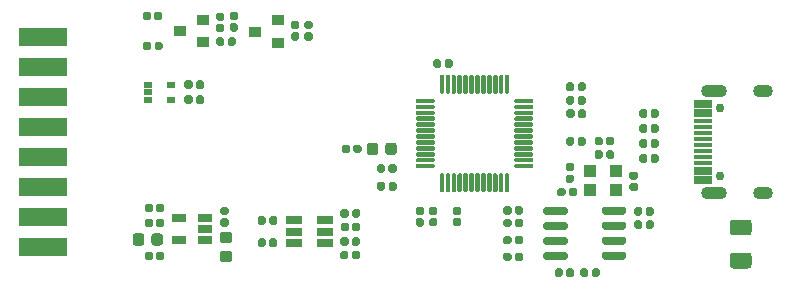
<source format=gbr>
%TF.GenerationSoftware,KiCad,Pcbnew,(5.1.6)-1*%
%TF.CreationDate,2020-08-19T15:06:30+08:00*%
%TF.ProjectId,sl_v2,736c5f76-322e-46b6-9963-61645f706362,rev?*%
%TF.SameCoordinates,Original*%
%TF.FileFunction,Soldermask,Top*%
%TF.FilePolarity,Negative*%
%FSLAX46Y46*%
G04 Gerber Fmt 4.6, Leading zero omitted, Abs format (unit mm)*
G04 Created by KiCad (PCBNEW (5.1.6)-1) date 2020-08-19 15:06:30*
%MOMM*%
%LPD*%
G01*
G04 APERTURE LIST*
%ADD10R,4.100000X1.500000*%
%ADD11R,0.750000X0.500000*%
%ADD12O,1.700000X1.100000*%
%ADD13C,0.750000*%
%ADD14O,2.200000X1.100000*%
%ADD15R,1.550000X0.400000*%
%ADD16R,1.550000X0.700000*%
%ADD17R,1.000000X0.900000*%
%ADD18R,1.320000X0.750000*%
%ADD19R,1.160000X0.750000*%
%ADD20R,1.100000X1.000000*%
G04 APERTURE END LIST*
D10*
%TO.C,J2*%
X127889000Y-89154000D03*
X127889000Y-91694000D03*
X127889000Y-94234000D03*
X127889000Y-96774000D03*
X127889000Y-99314000D03*
X127889000Y-101854000D03*
X127889000Y-104394000D03*
X127889000Y-106934000D03*
%TD*%
%TO.C,C2*%
G36*
G01*
X143101750Y-105659100D02*
X143664250Y-105659100D01*
G75*
G02*
X143908000Y-105902850I0J-243750D01*
G01*
X143908000Y-106390350D01*
G75*
G02*
X143664250Y-106634100I-243750J0D01*
G01*
X143101750Y-106634100D01*
G75*
G02*
X142858000Y-106390350I0J243750D01*
G01*
X142858000Y-105902850D01*
G75*
G02*
X143101750Y-105659100I243750J0D01*
G01*
G37*
G36*
G01*
X143101750Y-107234100D02*
X143664250Y-107234100D01*
G75*
G02*
X143908000Y-107477850I0J-243750D01*
G01*
X143908000Y-107965350D01*
G75*
G02*
X143664250Y-108209100I-243750J0D01*
G01*
X143101750Y-108209100D01*
G75*
G02*
X142858000Y-107965350I0J243750D01*
G01*
X142858000Y-107477850D01*
G75*
G02*
X143101750Y-107234100I243750J0D01*
G01*
G37*
%TD*%
%TO.C,R15*%
G36*
G01*
X174053200Y-108920900D02*
X174053200Y-109315900D01*
G75*
G02*
X173880700Y-109488400I-172500J0D01*
G01*
X173535700Y-109488400D01*
G75*
G02*
X173363200Y-109315900I0J172500D01*
G01*
X173363200Y-108920900D01*
G75*
G02*
X173535700Y-108748400I172500J0D01*
G01*
X173880700Y-108748400D01*
G75*
G02*
X174053200Y-108920900I0J-172500D01*
G01*
G37*
G36*
G01*
X175023200Y-108920900D02*
X175023200Y-109315900D01*
G75*
G02*
X174850700Y-109488400I-172500J0D01*
G01*
X174505700Y-109488400D01*
G75*
G02*
X174333200Y-109315900I0J172500D01*
G01*
X174333200Y-108920900D01*
G75*
G02*
X174505700Y-108748400I172500J0D01*
G01*
X174850700Y-108748400D01*
G75*
G02*
X175023200Y-108920900I0J-172500D01*
G01*
G37*
%TD*%
%TO.C,R22*%
G36*
G01*
X168523200Y-106152300D02*
X168523200Y-106547300D01*
G75*
G02*
X168350700Y-106719800I-172500J0D01*
G01*
X168005700Y-106719800D01*
G75*
G02*
X167833200Y-106547300I0J172500D01*
G01*
X167833200Y-106152300D01*
G75*
G02*
X168005700Y-105979800I172500J0D01*
G01*
X168350700Y-105979800D01*
G75*
G02*
X168523200Y-106152300I0J-172500D01*
G01*
G37*
G36*
G01*
X167553200Y-106152300D02*
X167553200Y-106547300D01*
G75*
G02*
X167380700Y-106719800I-172500J0D01*
G01*
X167035700Y-106719800D01*
G75*
G02*
X166863200Y-106547300I0J172500D01*
G01*
X166863200Y-106152300D01*
G75*
G02*
X167035700Y-105979800I172500J0D01*
G01*
X167380700Y-105979800D01*
G75*
G02*
X167553200Y-106152300I0J-172500D01*
G01*
G37*
%TD*%
%TO.C,C10*%
G36*
G01*
X160711500Y-103538600D02*
X161106500Y-103538600D01*
G75*
G02*
X161279000Y-103711100I0J-172500D01*
G01*
X161279000Y-104056100D01*
G75*
G02*
X161106500Y-104228600I-172500J0D01*
G01*
X160711500Y-104228600D01*
G75*
G02*
X160539000Y-104056100I0J172500D01*
G01*
X160539000Y-103711100D01*
G75*
G02*
X160711500Y-103538600I172500J0D01*
G01*
G37*
G36*
G01*
X160711500Y-104508600D02*
X161106500Y-104508600D01*
G75*
G02*
X161279000Y-104681100I0J-172500D01*
G01*
X161279000Y-105026100D01*
G75*
G02*
X161106500Y-105198600I-172500J0D01*
G01*
X160711500Y-105198600D01*
G75*
G02*
X160539000Y-105026100I0J172500D01*
G01*
X160539000Y-104681100D01*
G75*
G02*
X160711500Y-104508600I172500J0D01*
G01*
G37*
%TD*%
D11*
%TO.C,U4*%
X136794200Y-93177600D03*
X136794200Y-94477600D03*
X136794200Y-93827600D03*
X138694200Y-94477600D03*
X138694200Y-93177600D03*
%TD*%
%TO.C,L3*%
G36*
G01*
X140548200Y-92995100D02*
X140548200Y-93390100D01*
G75*
G02*
X140375700Y-93562600I-172500J0D01*
G01*
X140030700Y-93562600D01*
G75*
G02*
X139858200Y-93390100I0J172500D01*
G01*
X139858200Y-92995100D01*
G75*
G02*
X140030700Y-92822600I172500J0D01*
G01*
X140375700Y-92822600D01*
G75*
G02*
X140548200Y-92995100I0J-172500D01*
G01*
G37*
G36*
G01*
X141518200Y-92995100D02*
X141518200Y-93390100D01*
G75*
G02*
X141345700Y-93562600I-172500J0D01*
G01*
X141000700Y-93562600D01*
G75*
G02*
X140828200Y-93390100I0J172500D01*
G01*
X140828200Y-92995100D01*
G75*
G02*
X141000700Y-92822600I172500J0D01*
G01*
X141345700Y-92822600D01*
G75*
G02*
X141518200Y-92995100I0J-172500D01*
G01*
G37*
%TD*%
%TO.C,C15*%
G36*
G01*
X140828200Y-94660100D02*
X140828200Y-94265100D01*
G75*
G02*
X141000700Y-94092600I172500J0D01*
G01*
X141345700Y-94092600D01*
G75*
G02*
X141518200Y-94265100I0J-172500D01*
G01*
X141518200Y-94660100D01*
G75*
G02*
X141345700Y-94832600I-172500J0D01*
G01*
X141000700Y-94832600D01*
G75*
G02*
X140828200Y-94660100I0J172500D01*
G01*
G37*
G36*
G01*
X139858200Y-94660100D02*
X139858200Y-94265100D01*
G75*
G02*
X140030700Y-94092600I172500J0D01*
G01*
X140375700Y-94092600D01*
G75*
G02*
X140548200Y-94265100I0J-172500D01*
G01*
X140548200Y-94660100D01*
G75*
G02*
X140375700Y-94832600I-172500J0D01*
G01*
X140030700Y-94832600D01*
G75*
G02*
X139858200Y-94660100I0J172500D01*
G01*
G37*
%TD*%
%TO.C,C1*%
G36*
G01*
X144240900Y-88691000D02*
X143845900Y-88691000D01*
G75*
G02*
X143673400Y-88518500I0J172500D01*
G01*
X143673400Y-88173500D01*
G75*
G02*
X143845900Y-88001000I172500J0D01*
G01*
X144240900Y-88001000D01*
G75*
G02*
X144413400Y-88173500I0J-172500D01*
G01*
X144413400Y-88518500D01*
G75*
G02*
X144240900Y-88691000I-172500J0D01*
G01*
G37*
G36*
G01*
X144240900Y-87721000D02*
X143845900Y-87721000D01*
G75*
G02*
X143673400Y-87548500I0J172500D01*
G01*
X143673400Y-87203500D01*
G75*
G02*
X143845900Y-87031000I172500J0D01*
G01*
X144240900Y-87031000D01*
G75*
G02*
X144413400Y-87203500I0J-172500D01*
G01*
X144413400Y-87548500D01*
G75*
G02*
X144240900Y-87721000I-172500J0D01*
G01*
G37*
%TD*%
%TO.C,C3*%
G36*
G01*
X162574800Y-91217100D02*
X162574800Y-91612100D01*
G75*
G02*
X162402300Y-91784600I-172500J0D01*
G01*
X162057300Y-91784600D01*
G75*
G02*
X161884800Y-91612100I0J172500D01*
G01*
X161884800Y-91217100D01*
G75*
G02*
X162057300Y-91044600I172500J0D01*
G01*
X162402300Y-91044600D01*
G75*
G02*
X162574800Y-91217100I0J-172500D01*
G01*
G37*
G36*
G01*
X161604800Y-91217100D02*
X161604800Y-91612100D01*
G75*
G02*
X161432300Y-91784600I-172500J0D01*
G01*
X161087300Y-91784600D01*
G75*
G02*
X160914800Y-91612100I0J172500D01*
G01*
X160914800Y-91217100D01*
G75*
G02*
X161087300Y-91044600I172500J0D01*
G01*
X161432300Y-91044600D01*
G75*
G02*
X161604800Y-91217100I0J-172500D01*
G01*
G37*
%TD*%
%TO.C,C4*%
G36*
G01*
X137170000Y-103434500D02*
X137170000Y-103829500D01*
G75*
G02*
X136997500Y-104002000I-172500J0D01*
G01*
X136652500Y-104002000D01*
G75*
G02*
X136480000Y-103829500I0J172500D01*
G01*
X136480000Y-103434500D01*
G75*
G02*
X136652500Y-103262000I172500J0D01*
G01*
X136997500Y-103262000D01*
G75*
G02*
X137170000Y-103434500I0J-172500D01*
G01*
G37*
G36*
G01*
X138140000Y-103434500D02*
X138140000Y-103829500D01*
G75*
G02*
X137967500Y-104002000I-172500J0D01*
G01*
X137622500Y-104002000D01*
G75*
G02*
X137450000Y-103829500I0J172500D01*
G01*
X137450000Y-103434500D01*
G75*
G02*
X137622500Y-103262000I172500J0D01*
G01*
X137967500Y-103262000D01*
G75*
G02*
X138140000Y-103434500I0J-172500D01*
G01*
G37*
%TD*%
%TO.C,C5*%
G36*
G01*
X138028500Y-106017750D02*
X138028500Y-106580250D01*
G75*
G02*
X137784750Y-106824000I-243750J0D01*
G01*
X137297250Y-106824000D01*
G75*
G02*
X137053500Y-106580250I0J243750D01*
G01*
X137053500Y-106017750D01*
G75*
G02*
X137297250Y-105774000I243750J0D01*
G01*
X137784750Y-105774000D01*
G75*
G02*
X138028500Y-106017750I0J-243750D01*
G01*
G37*
G36*
G01*
X136453500Y-106017750D02*
X136453500Y-106580250D01*
G75*
G02*
X136209750Y-106824000I-243750J0D01*
G01*
X135722250Y-106824000D01*
G75*
G02*
X135478500Y-106580250I0J243750D01*
G01*
X135478500Y-106017750D01*
G75*
G02*
X135722250Y-105774000I243750J0D01*
G01*
X136209750Y-105774000D01*
G75*
G02*
X136453500Y-106017750I0J-243750D01*
G01*
G37*
%TD*%
%TO.C,C6*%
G36*
G01*
X138140000Y-104704500D02*
X138140000Y-105099500D01*
G75*
G02*
X137967500Y-105272000I-172500J0D01*
G01*
X137622500Y-105272000D01*
G75*
G02*
X137450000Y-105099500I0J172500D01*
G01*
X137450000Y-104704500D01*
G75*
G02*
X137622500Y-104532000I172500J0D01*
G01*
X137967500Y-104532000D01*
G75*
G02*
X138140000Y-104704500I0J-172500D01*
G01*
G37*
G36*
G01*
X137170000Y-104704500D02*
X137170000Y-105099500D01*
G75*
G02*
X136997500Y-105272000I-172500J0D01*
G01*
X136652500Y-105272000D01*
G75*
G02*
X136480000Y-105099500I0J172500D01*
G01*
X136480000Y-104704500D01*
G75*
G02*
X136652500Y-104532000I172500J0D01*
G01*
X136997500Y-104532000D01*
G75*
G02*
X137170000Y-104704500I0J-172500D01*
G01*
G37*
%TD*%
%TO.C,C7*%
G36*
G01*
X176244800Y-97770300D02*
X176244800Y-98165300D01*
G75*
G02*
X176072300Y-98337800I-172500J0D01*
G01*
X175727300Y-98337800D01*
G75*
G02*
X175554800Y-98165300I0J172500D01*
G01*
X175554800Y-97770300D01*
G75*
G02*
X175727300Y-97597800I172500J0D01*
G01*
X176072300Y-97597800D01*
G75*
G02*
X176244800Y-97770300I0J-172500D01*
G01*
G37*
G36*
G01*
X175274800Y-97770300D02*
X175274800Y-98165300D01*
G75*
G02*
X175102300Y-98337800I-172500J0D01*
G01*
X174757300Y-98337800D01*
G75*
G02*
X174584800Y-98165300I0J172500D01*
G01*
X174584800Y-97770300D01*
G75*
G02*
X174757300Y-97597800I172500J0D01*
G01*
X175102300Y-97597800D01*
G75*
G02*
X175274800Y-97770300I0J-172500D01*
G01*
G37*
%TD*%
%TO.C,C8*%
G36*
G01*
X171432800Y-102483300D02*
X171432800Y-102088300D01*
G75*
G02*
X171605300Y-101915800I172500J0D01*
G01*
X171950300Y-101915800D01*
G75*
G02*
X172122800Y-102088300I0J-172500D01*
G01*
X172122800Y-102483300D01*
G75*
G02*
X171950300Y-102655800I-172500J0D01*
G01*
X171605300Y-102655800D01*
G75*
G02*
X171432800Y-102483300I0J172500D01*
G01*
G37*
G36*
G01*
X172402800Y-102483300D02*
X172402800Y-102088300D01*
G75*
G02*
X172575300Y-101915800I172500J0D01*
G01*
X172920300Y-101915800D01*
G75*
G02*
X173092800Y-102088300I0J-172500D01*
G01*
X173092800Y-102483300D01*
G75*
G02*
X172920300Y-102655800I-172500J0D01*
G01*
X172575300Y-102655800D01*
G75*
G02*
X172402800Y-102483300I0J172500D01*
G01*
G37*
%TD*%
%TO.C,C9*%
G36*
G01*
X178099100Y-101233800D02*
X177704100Y-101233800D01*
G75*
G02*
X177531600Y-101061300I0J172500D01*
G01*
X177531600Y-100716300D01*
G75*
G02*
X177704100Y-100543800I172500J0D01*
G01*
X178099100Y-100543800D01*
G75*
G02*
X178271600Y-100716300I0J-172500D01*
G01*
X178271600Y-101061300D01*
G75*
G02*
X178099100Y-101233800I-172500J0D01*
G01*
G37*
G36*
G01*
X178099100Y-102203800D02*
X177704100Y-102203800D01*
G75*
G02*
X177531600Y-102031300I0J172500D01*
G01*
X177531600Y-101686300D01*
G75*
G02*
X177704100Y-101513800I172500J0D01*
G01*
X178099100Y-101513800D01*
G75*
G02*
X178271600Y-101686300I0J-172500D01*
G01*
X178271600Y-102031300D01*
G75*
G02*
X178099100Y-102203800I-172500J0D01*
G01*
G37*
%TD*%
%TO.C,C11*%
G36*
G01*
X159593900Y-103541000D02*
X159988900Y-103541000D01*
G75*
G02*
X160161400Y-103713500I0J-172500D01*
G01*
X160161400Y-104058500D01*
G75*
G02*
X159988900Y-104231000I-172500J0D01*
G01*
X159593900Y-104231000D01*
G75*
G02*
X159421400Y-104058500I0J172500D01*
G01*
X159421400Y-103713500D01*
G75*
G02*
X159593900Y-103541000I172500J0D01*
G01*
G37*
G36*
G01*
X159593900Y-104511000D02*
X159988900Y-104511000D01*
G75*
G02*
X160161400Y-104683500I0J-172500D01*
G01*
X160161400Y-105028500D01*
G75*
G02*
X159988900Y-105201000I-172500J0D01*
G01*
X159593900Y-105201000D01*
G75*
G02*
X159421400Y-105028500I0J172500D01*
G01*
X159421400Y-104683500D01*
G75*
G02*
X159593900Y-104511000I172500J0D01*
G01*
G37*
%TD*%
%TO.C,C12*%
G36*
G01*
X157137400Y-101988000D02*
X157137400Y-101593000D01*
G75*
G02*
X157309900Y-101420500I172500J0D01*
G01*
X157654900Y-101420500D01*
G75*
G02*
X157827400Y-101593000I0J-172500D01*
G01*
X157827400Y-101988000D01*
G75*
G02*
X157654900Y-102160500I-172500J0D01*
G01*
X157309900Y-102160500D01*
G75*
G02*
X157137400Y-101988000I0J172500D01*
G01*
G37*
G36*
G01*
X156167400Y-101988000D02*
X156167400Y-101593000D01*
G75*
G02*
X156339900Y-101420500I172500J0D01*
G01*
X156684900Y-101420500D01*
G75*
G02*
X156857400Y-101593000I0J-172500D01*
G01*
X156857400Y-101988000D01*
G75*
G02*
X156684900Y-102160500I-172500J0D01*
G01*
X156339900Y-102160500D01*
G75*
G02*
X156167400Y-101988000I0J172500D01*
G01*
G37*
%TD*%
%TO.C,C13*%
G36*
G01*
X163138500Y-105175600D02*
X162743500Y-105175600D01*
G75*
G02*
X162571000Y-105003100I0J172500D01*
G01*
X162571000Y-104658100D01*
G75*
G02*
X162743500Y-104485600I172500J0D01*
G01*
X163138500Y-104485600D01*
G75*
G02*
X163311000Y-104658100I0J-172500D01*
G01*
X163311000Y-105003100D01*
G75*
G02*
X163138500Y-105175600I-172500J0D01*
G01*
G37*
G36*
G01*
X163138500Y-104205600D02*
X162743500Y-104205600D01*
G75*
G02*
X162571000Y-104033100I0J172500D01*
G01*
X162571000Y-103688100D01*
G75*
G02*
X162743500Y-103515600I172500J0D01*
G01*
X163138500Y-103515600D01*
G75*
G02*
X163311000Y-103688100I0J-172500D01*
G01*
X163311000Y-104033100D01*
G75*
G02*
X163138500Y-104205600I-172500J0D01*
G01*
G37*
%TD*%
%TO.C,C14*%
G36*
G01*
X178627600Y-104856900D02*
X178627600Y-105251900D01*
G75*
G02*
X178455100Y-105424400I-172500J0D01*
G01*
X178110100Y-105424400D01*
G75*
G02*
X177937600Y-105251900I0J172500D01*
G01*
X177937600Y-104856900D01*
G75*
G02*
X178110100Y-104684400I172500J0D01*
G01*
X178455100Y-104684400D01*
G75*
G02*
X178627600Y-104856900I0J-172500D01*
G01*
G37*
G36*
G01*
X179597600Y-104856900D02*
X179597600Y-105251900D01*
G75*
G02*
X179425100Y-105424400I-172500J0D01*
G01*
X179080100Y-105424400D01*
G75*
G02*
X178907600Y-105251900I0J172500D01*
G01*
X178907600Y-104856900D01*
G75*
G02*
X179080100Y-104684400I172500J0D01*
G01*
X179425100Y-104684400D01*
G75*
G02*
X179597600Y-104856900I0J-172500D01*
G01*
G37*
%TD*%
%TO.C,C16*%
G36*
G01*
X154726200Y-106279300D02*
X154726200Y-106674300D01*
G75*
G02*
X154553700Y-106846800I-172500J0D01*
G01*
X154208700Y-106846800D01*
G75*
G02*
X154036200Y-106674300I0J172500D01*
G01*
X154036200Y-106279300D01*
G75*
G02*
X154208700Y-106106800I172500J0D01*
G01*
X154553700Y-106106800D01*
G75*
G02*
X154726200Y-106279300I0J-172500D01*
G01*
G37*
G36*
G01*
X153756200Y-106279300D02*
X153756200Y-106674300D01*
G75*
G02*
X153583700Y-106846800I-172500J0D01*
G01*
X153238700Y-106846800D01*
G75*
G02*
X153066200Y-106674300I0J172500D01*
G01*
X153066200Y-106279300D01*
G75*
G02*
X153238700Y-106106800I172500J0D01*
G01*
X153583700Y-106106800D01*
G75*
G02*
X153756200Y-106279300I0J-172500D01*
G01*
G37*
%TD*%
%TO.C,C17*%
G36*
G01*
X147025800Y-106775900D02*
X147025800Y-106380900D01*
G75*
G02*
X147198300Y-106208400I172500J0D01*
G01*
X147543300Y-106208400D01*
G75*
G02*
X147715800Y-106380900I0J-172500D01*
G01*
X147715800Y-106775900D01*
G75*
G02*
X147543300Y-106948400I-172500J0D01*
G01*
X147198300Y-106948400D01*
G75*
G02*
X147025800Y-106775900I0J172500D01*
G01*
G37*
G36*
G01*
X146055800Y-106775900D02*
X146055800Y-106380900D01*
G75*
G02*
X146228300Y-106208400I172500J0D01*
G01*
X146573300Y-106208400D01*
G75*
G02*
X146745800Y-106380900I0J-172500D01*
G01*
X146745800Y-106775900D01*
G75*
G02*
X146573300Y-106948400I-172500J0D01*
G01*
X146228300Y-106948400D01*
G75*
G02*
X146055800Y-106775900I0J172500D01*
G01*
G37*
%TD*%
%TO.C,C18*%
G36*
G01*
X172887200Y-95458900D02*
X172887200Y-95853900D01*
G75*
G02*
X172714700Y-96026400I-172500J0D01*
G01*
X172369700Y-96026400D01*
G75*
G02*
X172197200Y-95853900I0J172500D01*
G01*
X172197200Y-95458900D01*
G75*
G02*
X172369700Y-95286400I172500J0D01*
G01*
X172714700Y-95286400D01*
G75*
G02*
X172887200Y-95458900I0J-172500D01*
G01*
G37*
G36*
G01*
X173857200Y-95458900D02*
X173857200Y-95853900D01*
G75*
G02*
X173684700Y-96026400I-172500J0D01*
G01*
X173339700Y-96026400D01*
G75*
G02*
X173167200Y-95853900I0J172500D01*
G01*
X173167200Y-95458900D01*
G75*
G02*
X173339700Y-95286400I172500J0D01*
G01*
X173684700Y-95286400D01*
G75*
G02*
X173857200Y-95458900I0J-172500D01*
G01*
G37*
%TD*%
%TO.C,D1*%
G36*
G01*
X157840700Y-98346950D02*
X157840700Y-98909450D01*
G75*
G02*
X157596950Y-99153200I-243750J0D01*
G01*
X157109450Y-99153200D01*
G75*
G02*
X156865700Y-98909450I0J243750D01*
G01*
X156865700Y-98346950D01*
G75*
G02*
X157109450Y-98103200I243750J0D01*
G01*
X157596950Y-98103200D01*
G75*
G02*
X157840700Y-98346950I0J-243750D01*
G01*
G37*
G36*
G01*
X156265700Y-98346950D02*
X156265700Y-98909450D01*
G75*
G02*
X156021950Y-99153200I-243750J0D01*
G01*
X155534450Y-99153200D01*
G75*
G02*
X155290700Y-98909450I0J243750D01*
G01*
X155290700Y-98346950D01*
G75*
G02*
X155534450Y-98103200I243750J0D01*
G01*
X156021950Y-98103200D01*
G75*
G02*
X156265700Y-98346950I0J-243750D01*
G01*
G37*
%TD*%
%TO.C,F1*%
G36*
G01*
X186289000Y-104608000D02*
X187599000Y-104608000D01*
G75*
G02*
X187869000Y-104878000I0J-270000D01*
G01*
X187869000Y-105688000D01*
G75*
G02*
X187599000Y-105958000I-270000J0D01*
G01*
X186289000Y-105958000D01*
G75*
G02*
X186019000Y-105688000I0J270000D01*
G01*
X186019000Y-104878000D01*
G75*
G02*
X186289000Y-104608000I270000J0D01*
G01*
G37*
G36*
G01*
X186289000Y-107408000D02*
X187599000Y-107408000D01*
G75*
G02*
X187869000Y-107678000I0J-270000D01*
G01*
X187869000Y-108488000D01*
G75*
G02*
X187599000Y-108758000I-270000J0D01*
G01*
X186289000Y-108758000D01*
G75*
G02*
X186019000Y-108488000I0J270000D01*
G01*
X186019000Y-107678000D01*
G75*
G02*
X186289000Y-107408000I270000J0D01*
G01*
G37*
%TD*%
D12*
%TO.C,J1*%
X188883000Y-93724000D03*
D13*
X185233000Y-95154000D03*
D12*
X188883000Y-102364000D03*
D13*
X185233000Y-100934000D03*
D14*
X184703000Y-102364000D03*
X184703000Y-93724000D03*
D15*
X183788000Y-98294000D03*
X183788000Y-96294000D03*
X183788000Y-96794000D03*
X183788000Y-97294000D03*
X183788000Y-97794000D03*
X183788000Y-98794000D03*
X183788000Y-99294000D03*
X183788000Y-99794000D03*
D16*
X183788000Y-94794000D03*
X183788000Y-95594000D03*
X183788000Y-100494000D03*
X183788000Y-101294000D03*
X183788000Y-101294000D03*
X183788000Y-100494000D03*
X183788000Y-95594000D03*
X183788000Y-94794000D03*
%TD*%
%TO.C,L1*%
G36*
G01*
X168523200Y-104704500D02*
X168523200Y-105099500D01*
G75*
G02*
X168350700Y-105272000I-172500J0D01*
G01*
X168005700Y-105272000D01*
G75*
G02*
X167833200Y-105099500I0J172500D01*
G01*
X167833200Y-104704500D01*
G75*
G02*
X168005700Y-104532000I172500J0D01*
G01*
X168350700Y-104532000D01*
G75*
G02*
X168523200Y-104704500I0J-172500D01*
G01*
G37*
G36*
G01*
X167553200Y-104704500D02*
X167553200Y-105099500D01*
G75*
G02*
X167380700Y-105272000I-172500J0D01*
G01*
X167035700Y-105272000D01*
G75*
G02*
X166863200Y-105099500I0J172500D01*
G01*
X166863200Y-104704500D01*
G75*
G02*
X167035700Y-104532000I172500J0D01*
G01*
X167380700Y-104532000D01*
G75*
G02*
X167553200Y-104704500I0J-172500D01*
G01*
G37*
%TD*%
%TO.C,L2*%
G36*
G01*
X176244800Y-98913300D02*
X176244800Y-99308300D01*
G75*
G02*
X176072300Y-99480800I-172500J0D01*
G01*
X175727300Y-99480800D01*
G75*
G02*
X175554800Y-99308300I0J172500D01*
G01*
X175554800Y-98913300D01*
G75*
G02*
X175727300Y-98740800I172500J0D01*
G01*
X176072300Y-98740800D01*
G75*
G02*
X176244800Y-98913300I0J-172500D01*
G01*
G37*
G36*
G01*
X175274800Y-98913300D02*
X175274800Y-99308300D01*
G75*
G02*
X175102300Y-99480800I-172500J0D01*
G01*
X174757300Y-99480800D01*
G75*
G02*
X174584800Y-99308300I0J172500D01*
G01*
X174584800Y-98913300D01*
G75*
G02*
X174757300Y-98740800I172500J0D01*
G01*
X175102300Y-98740800D01*
G75*
G02*
X175274800Y-98913300I0J-172500D01*
G01*
G37*
%TD*%
%TO.C,L4*%
G36*
G01*
X172861800Y-94315900D02*
X172861800Y-94710900D01*
G75*
G02*
X172689300Y-94883400I-172500J0D01*
G01*
X172344300Y-94883400D01*
G75*
G02*
X172171800Y-94710900I0J172500D01*
G01*
X172171800Y-94315900D01*
G75*
G02*
X172344300Y-94143400I172500J0D01*
G01*
X172689300Y-94143400D01*
G75*
G02*
X172861800Y-94315900I0J-172500D01*
G01*
G37*
G36*
G01*
X173831800Y-94315900D02*
X173831800Y-94710900D01*
G75*
G02*
X173659300Y-94883400I-172500J0D01*
G01*
X173314300Y-94883400D01*
G75*
G02*
X173141800Y-94710900I0J172500D01*
G01*
X173141800Y-94315900D01*
G75*
G02*
X173314300Y-94143400I172500J0D01*
G01*
X173659300Y-94143400D01*
G75*
G02*
X173831800Y-94315900I0J-172500D01*
G01*
G37*
%TD*%
D17*
%TO.C,Q1*%
X141452600Y-89611200D03*
X141452600Y-87711200D03*
X139452600Y-88661200D03*
%TD*%
D18*
%TO.C,Q2*%
X149096100Y-104675900D03*
X149096100Y-105625900D03*
X149096100Y-106575900D03*
X151716100Y-106575900D03*
X151716100Y-105625900D03*
X151716100Y-104675900D03*
%TD*%
%TO.C,R1*%
G36*
G01*
X142677500Y-88051800D02*
X143072500Y-88051800D01*
G75*
G02*
X143245000Y-88224300I0J-172500D01*
G01*
X143245000Y-88569300D01*
G75*
G02*
X143072500Y-88741800I-172500J0D01*
G01*
X142677500Y-88741800D01*
G75*
G02*
X142505000Y-88569300I0J172500D01*
G01*
X142505000Y-88224300D01*
G75*
G02*
X142677500Y-88051800I172500J0D01*
G01*
G37*
G36*
G01*
X142677500Y-87081800D02*
X143072500Y-87081800D01*
G75*
G02*
X143245000Y-87254300I0J-172500D01*
G01*
X143245000Y-87599300D01*
G75*
G02*
X143072500Y-87771800I-172500J0D01*
G01*
X142677500Y-87771800D01*
G75*
G02*
X142505000Y-87599300I0J172500D01*
G01*
X142505000Y-87254300D01*
G75*
G02*
X142677500Y-87081800I172500J0D01*
G01*
G37*
%TD*%
%TO.C,R2*%
G36*
G01*
X143058500Y-103541000D02*
X143453500Y-103541000D01*
G75*
G02*
X143626000Y-103713500I0J-172500D01*
G01*
X143626000Y-104058500D01*
G75*
G02*
X143453500Y-104231000I-172500J0D01*
G01*
X143058500Y-104231000D01*
G75*
G02*
X142886000Y-104058500I0J172500D01*
G01*
X142886000Y-103713500D01*
G75*
G02*
X143058500Y-103541000I172500J0D01*
G01*
G37*
G36*
G01*
X143058500Y-104511000D02*
X143453500Y-104511000D01*
G75*
G02*
X143626000Y-104683500I0J-172500D01*
G01*
X143626000Y-105028500D01*
G75*
G02*
X143453500Y-105201000I-172500J0D01*
G01*
X143058500Y-105201000D01*
G75*
G02*
X142886000Y-105028500I0J172500D01*
G01*
X142886000Y-104683500D01*
G75*
G02*
X143058500Y-104511000I172500J0D01*
G01*
G37*
%TD*%
%TO.C,R3*%
G36*
G01*
X144210600Y-89362900D02*
X144210600Y-89757900D01*
G75*
G02*
X144038100Y-89930400I-172500J0D01*
G01*
X143693100Y-89930400D01*
G75*
G02*
X143520600Y-89757900I0J172500D01*
G01*
X143520600Y-89362900D01*
G75*
G02*
X143693100Y-89190400I172500J0D01*
G01*
X144038100Y-89190400D01*
G75*
G02*
X144210600Y-89362900I0J-172500D01*
G01*
G37*
G36*
G01*
X143240600Y-89362900D02*
X143240600Y-89757900D01*
G75*
G02*
X143068100Y-89930400I-172500J0D01*
G01*
X142723100Y-89930400D01*
G75*
G02*
X142550600Y-89757900I0J172500D01*
G01*
X142550600Y-89362900D01*
G75*
G02*
X142723100Y-89190400I172500J0D01*
G01*
X143068100Y-89190400D01*
G75*
G02*
X143240600Y-89362900I0J-172500D01*
G01*
G37*
%TD*%
%TO.C,R4*%
G36*
G01*
X136330000Y-87573500D02*
X136330000Y-87178500D01*
G75*
G02*
X136502500Y-87006000I172500J0D01*
G01*
X136847500Y-87006000D01*
G75*
G02*
X137020000Y-87178500I0J-172500D01*
G01*
X137020000Y-87573500D01*
G75*
G02*
X136847500Y-87746000I-172500J0D01*
G01*
X136502500Y-87746000D01*
G75*
G02*
X136330000Y-87573500I0J172500D01*
G01*
G37*
G36*
G01*
X137300000Y-87573500D02*
X137300000Y-87178500D01*
G75*
G02*
X137472500Y-87006000I172500J0D01*
G01*
X137817500Y-87006000D01*
G75*
G02*
X137990000Y-87178500I0J-172500D01*
G01*
X137990000Y-87573500D01*
G75*
G02*
X137817500Y-87746000I-172500J0D01*
G01*
X137472500Y-87746000D01*
G75*
G02*
X137300000Y-87573500I0J172500D01*
G01*
G37*
%TD*%
%TO.C,R5*%
G36*
G01*
X137323000Y-90113500D02*
X137323000Y-89718500D01*
G75*
G02*
X137495500Y-89546000I172500J0D01*
G01*
X137840500Y-89546000D01*
G75*
G02*
X138013000Y-89718500I0J-172500D01*
G01*
X138013000Y-90113500D01*
G75*
G02*
X137840500Y-90286000I-172500J0D01*
G01*
X137495500Y-90286000D01*
G75*
G02*
X137323000Y-90113500I0J172500D01*
G01*
G37*
G36*
G01*
X136353000Y-90113500D02*
X136353000Y-89718500D01*
G75*
G02*
X136525500Y-89546000I172500J0D01*
G01*
X136870500Y-89546000D01*
G75*
G02*
X137043000Y-89718500I0J-172500D01*
G01*
X137043000Y-90113500D01*
G75*
G02*
X136870500Y-90286000I-172500J0D01*
G01*
X136525500Y-90286000D01*
G75*
G02*
X136353000Y-90113500I0J172500D01*
G01*
G37*
%TD*%
%TO.C,R6*%
G36*
G01*
X178367000Y-99638500D02*
X178367000Y-99243500D01*
G75*
G02*
X178539500Y-99071000I172500J0D01*
G01*
X178884500Y-99071000D01*
G75*
G02*
X179057000Y-99243500I0J-172500D01*
G01*
X179057000Y-99638500D01*
G75*
G02*
X178884500Y-99811000I-172500J0D01*
G01*
X178539500Y-99811000D01*
G75*
G02*
X178367000Y-99638500I0J172500D01*
G01*
G37*
G36*
G01*
X179337000Y-99638500D02*
X179337000Y-99243500D01*
G75*
G02*
X179509500Y-99071000I172500J0D01*
G01*
X179854500Y-99071000D01*
G75*
G02*
X180027000Y-99243500I0J-172500D01*
G01*
X180027000Y-99638500D01*
G75*
G02*
X179854500Y-99811000I-172500J0D01*
G01*
X179509500Y-99811000D01*
G75*
G02*
X179337000Y-99638500I0J172500D01*
G01*
G37*
%TD*%
%TO.C,R7*%
G36*
G01*
X179337000Y-95828500D02*
X179337000Y-95433500D01*
G75*
G02*
X179509500Y-95261000I172500J0D01*
G01*
X179854500Y-95261000D01*
G75*
G02*
X180027000Y-95433500I0J-172500D01*
G01*
X180027000Y-95828500D01*
G75*
G02*
X179854500Y-96001000I-172500J0D01*
G01*
X179509500Y-96001000D01*
G75*
G02*
X179337000Y-95828500I0J172500D01*
G01*
G37*
G36*
G01*
X178367000Y-95828500D02*
X178367000Y-95433500D01*
G75*
G02*
X178539500Y-95261000I172500J0D01*
G01*
X178884500Y-95261000D01*
G75*
G02*
X179057000Y-95433500I0J-172500D01*
G01*
X179057000Y-95828500D01*
G75*
G02*
X178884500Y-96001000I-172500J0D01*
G01*
X178539500Y-96001000D01*
G75*
G02*
X178367000Y-95828500I0J172500D01*
G01*
G37*
%TD*%
%TO.C,R8*%
G36*
G01*
X178367000Y-98368500D02*
X178367000Y-97973500D01*
G75*
G02*
X178539500Y-97801000I172500J0D01*
G01*
X178884500Y-97801000D01*
G75*
G02*
X179057000Y-97973500I0J-172500D01*
G01*
X179057000Y-98368500D01*
G75*
G02*
X178884500Y-98541000I-172500J0D01*
G01*
X178539500Y-98541000D01*
G75*
G02*
X178367000Y-98368500I0J172500D01*
G01*
G37*
G36*
G01*
X179337000Y-98368500D02*
X179337000Y-97973500D01*
G75*
G02*
X179509500Y-97801000I172500J0D01*
G01*
X179854500Y-97801000D01*
G75*
G02*
X180027000Y-97973500I0J-172500D01*
G01*
X180027000Y-98368500D01*
G75*
G02*
X179854500Y-98541000I-172500J0D01*
G01*
X179509500Y-98541000D01*
G75*
G02*
X179337000Y-98368500I0J172500D01*
G01*
G37*
%TD*%
%TO.C,R9*%
G36*
G01*
X179337000Y-97098500D02*
X179337000Y-96703500D01*
G75*
G02*
X179509500Y-96531000I172500J0D01*
G01*
X179854500Y-96531000D01*
G75*
G02*
X180027000Y-96703500I0J-172500D01*
G01*
X180027000Y-97098500D01*
G75*
G02*
X179854500Y-97271000I-172500J0D01*
G01*
X179509500Y-97271000D01*
G75*
G02*
X179337000Y-97098500I0J172500D01*
G01*
G37*
G36*
G01*
X178367000Y-97098500D02*
X178367000Y-96703500D01*
G75*
G02*
X178539500Y-96531000I172500J0D01*
G01*
X178884500Y-96531000D01*
G75*
G02*
X179057000Y-96703500I0J-172500D01*
G01*
X179057000Y-97098500D01*
G75*
G02*
X178884500Y-97271000I-172500J0D01*
G01*
X178539500Y-97271000D01*
G75*
G02*
X178367000Y-97098500I0J172500D01*
G01*
G37*
%TD*%
%TO.C,R10*%
G36*
G01*
X137450000Y-107893500D02*
X137450000Y-107498500D01*
G75*
G02*
X137622500Y-107326000I172500J0D01*
G01*
X137967500Y-107326000D01*
G75*
G02*
X138140000Y-107498500I0J-172500D01*
G01*
X138140000Y-107893500D01*
G75*
G02*
X137967500Y-108066000I-172500J0D01*
G01*
X137622500Y-108066000D01*
G75*
G02*
X137450000Y-107893500I0J172500D01*
G01*
G37*
G36*
G01*
X136480000Y-107893500D02*
X136480000Y-107498500D01*
G75*
G02*
X136652500Y-107326000I172500J0D01*
G01*
X136997500Y-107326000D01*
G75*
G02*
X137170000Y-107498500I0J-172500D01*
G01*
X137170000Y-107893500D01*
G75*
G02*
X136997500Y-108066000I-172500J0D01*
G01*
X136652500Y-108066000D01*
G75*
G02*
X136480000Y-107893500I0J172500D01*
G01*
G37*
%TD*%
%TO.C,R11*%
G36*
G01*
X178902800Y-104108900D02*
X178902800Y-103713900D01*
G75*
G02*
X179075300Y-103541400I172500J0D01*
G01*
X179420300Y-103541400D01*
G75*
G02*
X179592800Y-103713900I0J-172500D01*
G01*
X179592800Y-104108900D01*
G75*
G02*
X179420300Y-104281400I-172500J0D01*
G01*
X179075300Y-104281400D01*
G75*
G02*
X178902800Y-104108900I0J172500D01*
G01*
G37*
G36*
G01*
X177932800Y-104108900D02*
X177932800Y-103713900D01*
G75*
G02*
X178105300Y-103541400I172500J0D01*
G01*
X178450300Y-103541400D01*
G75*
G02*
X178622800Y-103713900I0J-172500D01*
G01*
X178622800Y-104108900D01*
G75*
G02*
X178450300Y-104281400I-172500J0D01*
G01*
X178105300Y-104281400D01*
G75*
G02*
X177932800Y-104108900I0J172500D01*
G01*
G37*
%TD*%
%TO.C,R12*%
G36*
G01*
X156844700Y-100094400D02*
X156844700Y-100489400D01*
G75*
G02*
X156672200Y-100661900I-172500J0D01*
G01*
X156327200Y-100661900D01*
G75*
G02*
X156154700Y-100489400I0J172500D01*
G01*
X156154700Y-100094400D01*
G75*
G02*
X156327200Y-99921900I172500J0D01*
G01*
X156672200Y-99921900D01*
G75*
G02*
X156844700Y-100094400I0J-172500D01*
G01*
G37*
G36*
G01*
X157814700Y-100094400D02*
X157814700Y-100489400D01*
G75*
G02*
X157642200Y-100661900I-172500J0D01*
G01*
X157297200Y-100661900D01*
G75*
G02*
X157124700Y-100489400I0J172500D01*
G01*
X157124700Y-100094400D01*
G75*
G02*
X157297200Y-99921900I172500J0D01*
G01*
X157642200Y-99921900D01*
G75*
G02*
X157814700Y-100094400I0J-172500D01*
G01*
G37*
%TD*%
%TO.C,R13*%
G36*
G01*
X173137000Y-98190700D02*
X173137000Y-97795700D01*
G75*
G02*
X173309500Y-97623200I172500J0D01*
G01*
X173654500Y-97623200D01*
G75*
G02*
X173827000Y-97795700I0J-172500D01*
G01*
X173827000Y-98190700D01*
G75*
G02*
X173654500Y-98363200I-172500J0D01*
G01*
X173309500Y-98363200D01*
G75*
G02*
X173137000Y-98190700I0J172500D01*
G01*
G37*
G36*
G01*
X172167000Y-98190700D02*
X172167000Y-97795700D01*
G75*
G02*
X172339500Y-97623200I172500J0D01*
G01*
X172684500Y-97623200D01*
G75*
G02*
X172857000Y-97795700I0J-172500D01*
G01*
X172857000Y-98190700D01*
G75*
G02*
X172684500Y-98363200I-172500J0D01*
G01*
X172339500Y-98363200D01*
G75*
G02*
X172167000Y-98190700I0J172500D01*
G01*
G37*
%TD*%
%TO.C,R14*%
G36*
G01*
X172293900Y-99832600D02*
X172688900Y-99832600D01*
G75*
G02*
X172861400Y-100005100I0J-172500D01*
G01*
X172861400Y-100350100D01*
G75*
G02*
X172688900Y-100522600I-172500J0D01*
G01*
X172293900Y-100522600D01*
G75*
G02*
X172121400Y-100350100I0J172500D01*
G01*
X172121400Y-100005100D01*
G75*
G02*
X172293900Y-99832600I172500J0D01*
G01*
G37*
G36*
G01*
X172293900Y-100802600D02*
X172688900Y-100802600D01*
G75*
G02*
X172861400Y-100975100I0J-172500D01*
G01*
X172861400Y-101320100D01*
G75*
G02*
X172688900Y-101492600I-172500J0D01*
G01*
X172293900Y-101492600D01*
G75*
G02*
X172121400Y-101320100I0J172500D01*
G01*
X172121400Y-100975100D01*
G75*
G02*
X172293900Y-100802600I172500J0D01*
G01*
G37*
%TD*%
%TO.C,R16*%
G36*
G01*
X171201800Y-109315900D02*
X171201800Y-108920900D01*
G75*
G02*
X171374300Y-108748400I172500J0D01*
G01*
X171719300Y-108748400D01*
G75*
G02*
X171891800Y-108920900I0J-172500D01*
G01*
X171891800Y-109315900D01*
G75*
G02*
X171719300Y-109488400I-172500J0D01*
G01*
X171374300Y-109488400D01*
G75*
G02*
X171201800Y-109315900I0J172500D01*
G01*
G37*
G36*
G01*
X172171800Y-109315900D02*
X172171800Y-108920900D01*
G75*
G02*
X172344300Y-108748400I172500J0D01*
G01*
X172689300Y-108748400D01*
G75*
G02*
X172861800Y-108920900I0J-172500D01*
G01*
X172861800Y-109315900D01*
G75*
G02*
X172689300Y-109488400I-172500J0D01*
G01*
X172344300Y-109488400D01*
G75*
G02*
X172171800Y-109315900I0J172500D01*
G01*
G37*
%TD*%
%TO.C,R17*%
G36*
G01*
X154048900Y-105442400D02*
X154048900Y-105047400D01*
G75*
G02*
X154221400Y-104874900I172500J0D01*
G01*
X154566400Y-104874900D01*
G75*
G02*
X154738900Y-105047400I0J-172500D01*
G01*
X154738900Y-105442400D01*
G75*
G02*
X154566400Y-105614900I-172500J0D01*
G01*
X154221400Y-105614900D01*
G75*
G02*
X154048900Y-105442400I0J172500D01*
G01*
G37*
G36*
G01*
X153078900Y-105442400D02*
X153078900Y-105047400D01*
G75*
G02*
X153251400Y-104874900I172500J0D01*
G01*
X153596400Y-104874900D01*
G75*
G02*
X153768900Y-105047400I0J-172500D01*
G01*
X153768900Y-105442400D01*
G75*
G02*
X153596400Y-105614900I-172500J0D01*
G01*
X153251400Y-105614900D01*
G75*
G02*
X153078900Y-105442400I0J172500D01*
G01*
G37*
%TD*%
%TO.C,R18*%
G36*
G01*
X154715900Y-107422300D02*
X154715900Y-107817300D01*
G75*
G02*
X154543400Y-107989800I-172500J0D01*
G01*
X154198400Y-107989800D01*
G75*
G02*
X154025900Y-107817300I0J172500D01*
G01*
X154025900Y-107422300D01*
G75*
G02*
X154198400Y-107249800I172500J0D01*
G01*
X154543400Y-107249800D01*
G75*
G02*
X154715900Y-107422300I0J-172500D01*
G01*
G37*
G36*
G01*
X153745900Y-107422300D02*
X153745900Y-107817300D01*
G75*
G02*
X153573400Y-107989800I-172500J0D01*
G01*
X153228400Y-107989800D01*
G75*
G02*
X153055900Y-107817300I0J172500D01*
G01*
X153055900Y-107422300D01*
G75*
G02*
X153228400Y-107249800I172500J0D01*
G01*
X153573400Y-107249800D01*
G75*
G02*
X153745900Y-107422300I0J-172500D01*
G01*
G37*
%TD*%
%TO.C,R19*%
G36*
G01*
X154728600Y-103891700D02*
X154728600Y-104286700D01*
G75*
G02*
X154556100Y-104459200I-172500J0D01*
G01*
X154211100Y-104459200D01*
G75*
G02*
X154038600Y-104286700I0J172500D01*
G01*
X154038600Y-103891700D01*
G75*
G02*
X154211100Y-103719200I172500J0D01*
G01*
X154556100Y-103719200D01*
G75*
G02*
X154728600Y-103891700I0J-172500D01*
G01*
G37*
G36*
G01*
X153758600Y-103891700D02*
X153758600Y-104286700D01*
G75*
G02*
X153586100Y-104459200I-172500J0D01*
G01*
X153241100Y-104459200D01*
G75*
G02*
X153068600Y-104286700I0J172500D01*
G01*
X153068600Y-103891700D01*
G75*
G02*
X153241100Y-103719200I172500J0D01*
G01*
X153586100Y-103719200D01*
G75*
G02*
X153758600Y-103891700I0J-172500D01*
G01*
G37*
%TD*%
%TO.C,R20*%
G36*
G01*
X153193200Y-98825700D02*
X153193200Y-98430700D01*
G75*
G02*
X153365700Y-98258200I172500J0D01*
G01*
X153710700Y-98258200D01*
G75*
G02*
X153883200Y-98430700I0J-172500D01*
G01*
X153883200Y-98825700D01*
G75*
G02*
X153710700Y-98998200I-172500J0D01*
G01*
X153365700Y-98998200D01*
G75*
G02*
X153193200Y-98825700I0J172500D01*
G01*
G37*
G36*
G01*
X154163200Y-98825700D02*
X154163200Y-98430700D01*
G75*
G02*
X154335700Y-98258200I172500J0D01*
G01*
X154680700Y-98258200D01*
G75*
G02*
X154853200Y-98430700I0J-172500D01*
G01*
X154853200Y-98825700D01*
G75*
G02*
X154680700Y-98998200I-172500J0D01*
G01*
X154335700Y-98998200D01*
G75*
G02*
X154163200Y-98825700I0J172500D01*
G01*
G37*
%TD*%
%TO.C,R21*%
G36*
G01*
X147025800Y-104883600D02*
X147025800Y-104488600D01*
G75*
G02*
X147198300Y-104316100I172500J0D01*
G01*
X147543300Y-104316100D01*
G75*
G02*
X147715800Y-104488600I0J-172500D01*
G01*
X147715800Y-104883600D01*
G75*
G02*
X147543300Y-105056100I-172500J0D01*
G01*
X147198300Y-105056100D01*
G75*
G02*
X147025800Y-104883600I0J172500D01*
G01*
G37*
G36*
G01*
X146055800Y-104883600D02*
X146055800Y-104488600D01*
G75*
G02*
X146228300Y-104316100I172500J0D01*
G01*
X146573300Y-104316100D01*
G75*
G02*
X146745800Y-104488600I0J-172500D01*
G01*
X146745800Y-104883600D01*
G75*
G02*
X146573300Y-105056100I-172500J0D01*
G01*
X146228300Y-105056100D01*
G75*
G02*
X146055800Y-104883600I0J172500D01*
G01*
G37*
%TD*%
%TO.C,R23*%
G36*
G01*
X166858400Y-107969700D02*
X166858400Y-107574700D01*
G75*
G02*
X167030900Y-107402200I172500J0D01*
G01*
X167375900Y-107402200D01*
G75*
G02*
X167548400Y-107574700I0J-172500D01*
G01*
X167548400Y-107969700D01*
G75*
G02*
X167375900Y-108142200I-172500J0D01*
G01*
X167030900Y-108142200D01*
G75*
G02*
X166858400Y-107969700I0J172500D01*
G01*
G37*
G36*
G01*
X167828400Y-107969700D02*
X167828400Y-107574700D01*
G75*
G02*
X168000900Y-107402200I172500J0D01*
G01*
X168345900Y-107402200D01*
G75*
G02*
X168518400Y-107574700I0J-172500D01*
G01*
X168518400Y-107969700D01*
G75*
G02*
X168345900Y-108142200I-172500J0D01*
G01*
X168000900Y-108142200D01*
G75*
G02*
X167828400Y-107969700I0J172500D01*
G01*
G37*
%TD*%
D19*
%TO.C,U1*%
X141612800Y-106372700D03*
X141612800Y-105422700D03*
X141612800Y-104472700D03*
X139412800Y-104472700D03*
X139412800Y-106372700D03*
%TD*%
%TO.C,U2*%
G36*
G01*
X170247200Y-104035600D02*
X170247200Y-103685600D01*
G75*
G02*
X170422200Y-103510600I175000J0D01*
G01*
X172122200Y-103510600D01*
G75*
G02*
X172297200Y-103685600I0J-175000D01*
G01*
X172297200Y-104035600D01*
G75*
G02*
X172122200Y-104210600I-175000J0D01*
G01*
X170422200Y-104210600D01*
G75*
G02*
X170247200Y-104035600I0J175000D01*
G01*
G37*
G36*
G01*
X170247200Y-105305600D02*
X170247200Y-104955600D01*
G75*
G02*
X170422200Y-104780600I175000J0D01*
G01*
X172122200Y-104780600D01*
G75*
G02*
X172297200Y-104955600I0J-175000D01*
G01*
X172297200Y-105305600D01*
G75*
G02*
X172122200Y-105480600I-175000J0D01*
G01*
X170422200Y-105480600D01*
G75*
G02*
X170247200Y-105305600I0J175000D01*
G01*
G37*
G36*
G01*
X170247200Y-106575600D02*
X170247200Y-106225600D01*
G75*
G02*
X170422200Y-106050600I175000J0D01*
G01*
X172122200Y-106050600D01*
G75*
G02*
X172297200Y-106225600I0J-175000D01*
G01*
X172297200Y-106575600D01*
G75*
G02*
X172122200Y-106750600I-175000J0D01*
G01*
X170422200Y-106750600D01*
G75*
G02*
X170247200Y-106575600I0J175000D01*
G01*
G37*
G36*
G01*
X170247200Y-107845600D02*
X170247200Y-107495600D01*
G75*
G02*
X170422200Y-107320600I175000J0D01*
G01*
X172122200Y-107320600D01*
G75*
G02*
X172297200Y-107495600I0J-175000D01*
G01*
X172297200Y-107845600D01*
G75*
G02*
X172122200Y-108020600I-175000J0D01*
G01*
X170422200Y-108020600D01*
G75*
G02*
X170247200Y-107845600I0J175000D01*
G01*
G37*
G36*
G01*
X175197200Y-107845600D02*
X175197200Y-107495600D01*
G75*
G02*
X175372200Y-107320600I175000J0D01*
G01*
X177072200Y-107320600D01*
G75*
G02*
X177247200Y-107495600I0J-175000D01*
G01*
X177247200Y-107845600D01*
G75*
G02*
X177072200Y-108020600I-175000J0D01*
G01*
X175372200Y-108020600D01*
G75*
G02*
X175197200Y-107845600I0J175000D01*
G01*
G37*
G36*
G01*
X175197200Y-106575600D02*
X175197200Y-106225600D01*
G75*
G02*
X175372200Y-106050600I175000J0D01*
G01*
X177072200Y-106050600D01*
G75*
G02*
X177247200Y-106225600I0J-175000D01*
G01*
X177247200Y-106575600D01*
G75*
G02*
X177072200Y-106750600I-175000J0D01*
G01*
X175372200Y-106750600D01*
G75*
G02*
X175197200Y-106575600I0J175000D01*
G01*
G37*
G36*
G01*
X175197200Y-105305600D02*
X175197200Y-104955600D01*
G75*
G02*
X175372200Y-104780600I175000J0D01*
G01*
X177072200Y-104780600D01*
G75*
G02*
X177247200Y-104955600I0J-175000D01*
G01*
X177247200Y-105305600D01*
G75*
G02*
X177072200Y-105480600I-175000J0D01*
G01*
X175372200Y-105480600D01*
G75*
G02*
X175197200Y-105305600I0J175000D01*
G01*
G37*
G36*
G01*
X175197200Y-104035600D02*
X175197200Y-103685600D01*
G75*
G02*
X175372200Y-103510600I175000J0D01*
G01*
X177072200Y-103510600D01*
G75*
G02*
X177247200Y-103685600I0J-175000D01*
G01*
X177247200Y-104035600D01*
G75*
G02*
X177072200Y-104210600I-175000J0D01*
G01*
X175372200Y-104210600D01*
G75*
G02*
X175197200Y-104035600I0J175000D01*
G01*
G37*
%TD*%
%TO.C,U3*%
G36*
G01*
X169368200Y-99979700D02*
X169368200Y-100179700D01*
G75*
G02*
X169268200Y-100279700I-100000J0D01*
G01*
X167893200Y-100279700D01*
G75*
G02*
X167793200Y-100179700I0J100000D01*
G01*
X167793200Y-99979700D01*
G75*
G02*
X167893200Y-99879700I100000J0D01*
G01*
X169268200Y-99879700D01*
G75*
G02*
X169368200Y-99979700I0J-100000D01*
G01*
G37*
G36*
G01*
X169368200Y-99479700D02*
X169368200Y-99679700D01*
G75*
G02*
X169268200Y-99779700I-100000J0D01*
G01*
X167893200Y-99779700D01*
G75*
G02*
X167793200Y-99679700I0J100000D01*
G01*
X167793200Y-99479700D01*
G75*
G02*
X167893200Y-99379700I100000J0D01*
G01*
X169268200Y-99379700D01*
G75*
G02*
X169368200Y-99479700I0J-100000D01*
G01*
G37*
G36*
G01*
X169368200Y-98979700D02*
X169368200Y-99179700D01*
G75*
G02*
X169268200Y-99279700I-100000J0D01*
G01*
X167893200Y-99279700D01*
G75*
G02*
X167793200Y-99179700I0J100000D01*
G01*
X167793200Y-98979700D01*
G75*
G02*
X167893200Y-98879700I100000J0D01*
G01*
X169268200Y-98879700D01*
G75*
G02*
X169368200Y-98979700I0J-100000D01*
G01*
G37*
G36*
G01*
X169368200Y-98479700D02*
X169368200Y-98679700D01*
G75*
G02*
X169268200Y-98779700I-100000J0D01*
G01*
X167893200Y-98779700D01*
G75*
G02*
X167793200Y-98679700I0J100000D01*
G01*
X167793200Y-98479700D01*
G75*
G02*
X167893200Y-98379700I100000J0D01*
G01*
X169268200Y-98379700D01*
G75*
G02*
X169368200Y-98479700I0J-100000D01*
G01*
G37*
G36*
G01*
X169368200Y-97979700D02*
X169368200Y-98179700D01*
G75*
G02*
X169268200Y-98279700I-100000J0D01*
G01*
X167893200Y-98279700D01*
G75*
G02*
X167793200Y-98179700I0J100000D01*
G01*
X167793200Y-97979700D01*
G75*
G02*
X167893200Y-97879700I100000J0D01*
G01*
X169268200Y-97879700D01*
G75*
G02*
X169368200Y-97979700I0J-100000D01*
G01*
G37*
G36*
G01*
X169368200Y-97479700D02*
X169368200Y-97679700D01*
G75*
G02*
X169268200Y-97779700I-100000J0D01*
G01*
X167893200Y-97779700D01*
G75*
G02*
X167793200Y-97679700I0J100000D01*
G01*
X167793200Y-97479700D01*
G75*
G02*
X167893200Y-97379700I100000J0D01*
G01*
X169268200Y-97379700D01*
G75*
G02*
X169368200Y-97479700I0J-100000D01*
G01*
G37*
G36*
G01*
X169368200Y-96979700D02*
X169368200Y-97179700D01*
G75*
G02*
X169268200Y-97279700I-100000J0D01*
G01*
X167893200Y-97279700D01*
G75*
G02*
X167793200Y-97179700I0J100000D01*
G01*
X167793200Y-96979700D01*
G75*
G02*
X167893200Y-96879700I100000J0D01*
G01*
X169268200Y-96879700D01*
G75*
G02*
X169368200Y-96979700I0J-100000D01*
G01*
G37*
G36*
G01*
X169368200Y-96479700D02*
X169368200Y-96679700D01*
G75*
G02*
X169268200Y-96779700I-100000J0D01*
G01*
X167893200Y-96779700D01*
G75*
G02*
X167793200Y-96679700I0J100000D01*
G01*
X167793200Y-96479700D01*
G75*
G02*
X167893200Y-96379700I100000J0D01*
G01*
X169268200Y-96379700D01*
G75*
G02*
X169368200Y-96479700I0J-100000D01*
G01*
G37*
G36*
G01*
X169368200Y-95979700D02*
X169368200Y-96179700D01*
G75*
G02*
X169268200Y-96279700I-100000J0D01*
G01*
X167893200Y-96279700D01*
G75*
G02*
X167793200Y-96179700I0J100000D01*
G01*
X167793200Y-95979700D01*
G75*
G02*
X167893200Y-95879700I100000J0D01*
G01*
X169268200Y-95879700D01*
G75*
G02*
X169368200Y-95979700I0J-100000D01*
G01*
G37*
G36*
G01*
X169368200Y-95479700D02*
X169368200Y-95679700D01*
G75*
G02*
X169268200Y-95779700I-100000J0D01*
G01*
X167893200Y-95779700D01*
G75*
G02*
X167793200Y-95679700I0J100000D01*
G01*
X167793200Y-95479700D01*
G75*
G02*
X167893200Y-95379700I100000J0D01*
G01*
X169268200Y-95379700D01*
G75*
G02*
X169368200Y-95479700I0J-100000D01*
G01*
G37*
G36*
G01*
X169368200Y-94979700D02*
X169368200Y-95179700D01*
G75*
G02*
X169268200Y-95279700I-100000J0D01*
G01*
X167893200Y-95279700D01*
G75*
G02*
X167793200Y-95179700I0J100000D01*
G01*
X167793200Y-94979700D01*
G75*
G02*
X167893200Y-94879700I100000J0D01*
G01*
X169268200Y-94879700D01*
G75*
G02*
X169368200Y-94979700I0J-100000D01*
G01*
G37*
G36*
G01*
X169368200Y-94479700D02*
X169368200Y-94679700D01*
G75*
G02*
X169268200Y-94779700I-100000J0D01*
G01*
X167893200Y-94779700D01*
G75*
G02*
X167793200Y-94679700I0J100000D01*
G01*
X167793200Y-94479700D01*
G75*
G02*
X167893200Y-94379700I100000J0D01*
G01*
X169268200Y-94379700D01*
G75*
G02*
X169368200Y-94479700I0J-100000D01*
G01*
G37*
G36*
G01*
X167368200Y-92479700D02*
X167368200Y-93854700D01*
G75*
G02*
X167268200Y-93954700I-100000J0D01*
G01*
X167068200Y-93954700D01*
G75*
G02*
X166968200Y-93854700I0J100000D01*
G01*
X166968200Y-92479700D01*
G75*
G02*
X167068200Y-92379700I100000J0D01*
G01*
X167268200Y-92379700D01*
G75*
G02*
X167368200Y-92479700I0J-100000D01*
G01*
G37*
G36*
G01*
X166868200Y-92479700D02*
X166868200Y-93854700D01*
G75*
G02*
X166768200Y-93954700I-100000J0D01*
G01*
X166568200Y-93954700D01*
G75*
G02*
X166468200Y-93854700I0J100000D01*
G01*
X166468200Y-92479700D01*
G75*
G02*
X166568200Y-92379700I100000J0D01*
G01*
X166768200Y-92379700D01*
G75*
G02*
X166868200Y-92479700I0J-100000D01*
G01*
G37*
G36*
G01*
X166368200Y-92479700D02*
X166368200Y-93854700D01*
G75*
G02*
X166268200Y-93954700I-100000J0D01*
G01*
X166068200Y-93954700D01*
G75*
G02*
X165968200Y-93854700I0J100000D01*
G01*
X165968200Y-92479700D01*
G75*
G02*
X166068200Y-92379700I100000J0D01*
G01*
X166268200Y-92379700D01*
G75*
G02*
X166368200Y-92479700I0J-100000D01*
G01*
G37*
G36*
G01*
X165868200Y-92479700D02*
X165868200Y-93854700D01*
G75*
G02*
X165768200Y-93954700I-100000J0D01*
G01*
X165568200Y-93954700D01*
G75*
G02*
X165468200Y-93854700I0J100000D01*
G01*
X165468200Y-92479700D01*
G75*
G02*
X165568200Y-92379700I100000J0D01*
G01*
X165768200Y-92379700D01*
G75*
G02*
X165868200Y-92479700I0J-100000D01*
G01*
G37*
G36*
G01*
X165368200Y-92479700D02*
X165368200Y-93854700D01*
G75*
G02*
X165268200Y-93954700I-100000J0D01*
G01*
X165068200Y-93954700D01*
G75*
G02*
X164968200Y-93854700I0J100000D01*
G01*
X164968200Y-92479700D01*
G75*
G02*
X165068200Y-92379700I100000J0D01*
G01*
X165268200Y-92379700D01*
G75*
G02*
X165368200Y-92479700I0J-100000D01*
G01*
G37*
G36*
G01*
X164868200Y-92479700D02*
X164868200Y-93854700D01*
G75*
G02*
X164768200Y-93954700I-100000J0D01*
G01*
X164568200Y-93954700D01*
G75*
G02*
X164468200Y-93854700I0J100000D01*
G01*
X164468200Y-92479700D01*
G75*
G02*
X164568200Y-92379700I100000J0D01*
G01*
X164768200Y-92379700D01*
G75*
G02*
X164868200Y-92479700I0J-100000D01*
G01*
G37*
G36*
G01*
X164368200Y-92479700D02*
X164368200Y-93854700D01*
G75*
G02*
X164268200Y-93954700I-100000J0D01*
G01*
X164068200Y-93954700D01*
G75*
G02*
X163968200Y-93854700I0J100000D01*
G01*
X163968200Y-92479700D01*
G75*
G02*
X164068200Y-92379700I100000J0D01*
G01*
X164268200Y-92379700D01*
G75*
G02*
X164368200Y-92479700I0J-100000D01*
G01*
G37*
G36*
G01*
X163868200Y-92479700D02*
X163868200Y-93854700D01*
G75*
G02*
X163768200Y-93954700I-100000J0D01*
G01*
X163568200Y-93954700D01*
G75*
G02*
X163468200Y-93854700I0J100000D01*
G01*
X163468200Y-92479700D01*
G75*
G02*
X163568200Y-92379700I100000J0D01*
G01*
X163768200Y-92379700D01*
G75*
G02*
X163868200Y-92479700I0J-100000D01*
G01*
G37*
G36*
G01*
X163368200Y-92479700D02*
X163368200Y-93854700D01*
G75*
G02*
X163268200Y-93954700I-100000J0D01*
G01*
X163068200Y-93954700D01*
G75*
G02*
X162968200Y-93854700I0J100000D01*
G01*
X162968200Y-92479700D01*
G75*
G02*
X163068200Y-92379700I100000J0D01*
G01*
X163268200Y-92379700D01*
G75*
G02*
X163368200Y-92479700I0J-100000D01*
G01*
G37*
G36*
G01*
X162868200Y-92479700D02*
X162868200Y-93854700D01*
G75*
G02*
X162768200Y-93954700I-100000J0D01*
G01*
X162568200Y-93954700D01*
G75*
G02*
X162468200Y-93854700I0J100000D01*
G01*
X162468200Y-92479700D01*
G75*
G02*
X162568200Y-92379700I100000J0D01*
G01*
X162768200Y-92379700D01*
G75*
G02*
X162868200Y-92479700I0J-100000D01*
G01*
G37*
G36*
G01*
X162368200Y-92479700D02*
X162368200Y-93854700D01*
G75*
G02*
X162268200Y-93954700I-100000J0D01*
G01*
X162068200Y-93954700D01*
G75*
G02*
X161968200Y-93854700I0J100000D01*
G01*
X161968200Y-92479700D01*
G75*
G02*
X162068200Y-92379700I100000J0D01*
G01*
X162268200Y-92379700D01*
G75*
G02*
X162368200Y-92479700I0J-100000D01*
G01*
G37*
G36*
G01*
X161868200Y-92479700D02*
X161868200Y-93854700D01*
G75*
G02*
X161768200Y-93954700I-100000J0D01*
G01*
X161568200Y-93954700D01*
G75*
G02*
X161468200Y-93854700I0J100000D01*
G01*
X161468200Y-92479700D01*
G75*
G02*
X161568200Y-92379700I100000J0D01*
G01*
X161768200Y-92379700D01*
G75*
G02*
X161868200Y-92479700I0J-100000D01*
G01*
G37*
G36*
G01*
X161043200Y-94479700D02*
X161043200Y-94679700D01*
G75*
G02*
X160943200Y-94779700I-100000J0D01*
G01*
X159568200Y-94779700D01*
G75*
G02*
X159468200Y-94679700I0J100000D01*
G01*
X159468200Y-94479700D01*
G75*
G02*
X159568200Y-94379700I100000J0D01*
G01*
X160943200Y-94379700D01*
G75*
G02*
X161043200Y-94479700I0J-100000D01*
G01*
G37*
G36*
G01*
X161043200Y-94979700D02*
X161043200Y-95179700D01*
G75*
G02*
X160943200Y-95279700I-100000J0D01*
G01*
X159568200Y-95279700D01*
G75*
G02*
X159468200Y-95179700I0J100000D01*
G01*
X159468200Y-94979700D01*
G75*
G02*
X159568200Y-94879700I100000J0D01*
G01*
X160943200Y-94879700D01*
G75*
G02*
X161043200Y-94979700I0J-100000D01*
G01*
G37*
G36*
G01*
X161043200Y-95479700D02*
X161043200Y-95679700D01*
G75*
G02*
X160943200Y-95779700I-100000J0D01*
G01*
X159568200Y-95779700D01*
G75*
G02*
X159468200Y-95679700I0J100000D01*
G01*
X159468200Y-95479700D01*
G75*
G02*
X159568200Y-95379700I100000J0D01*
G01*
X160943200Y-95379700D01*
G75*
G02*
X161043200Y-95479700I0J-100000D01*
G01*
G37*
G36*
G01*
X161043200Y-95979700D02*
X161043200Y-96179700D01*
G75*
G02*
X160943200Y-96279700I-100000J0D01*
G01*
X159568200Y-96279700D01*
G75*
G02*
X159468200Y-96179700I0J100000D01*
G01*
X159468200Y-95979700D01*
G75*
G02*
X159568200Y-95879700I100000J0D01*
G01*
X160943200Y-95879700D01*
G75*
G02*
X161043200Y-95979700I0J-100000D01*
G01*
G37*
G36*
G01*
X161043200Y-96479700D02*
X161043200Y-96679700D01*
G75*
G02*
X160943200Y-96779700I-100000J0D01*
G01*
X159568200Y-96779700D01*
G75*
G02*
X159468200Y-96679700I0J100000D01*
G01*
X159468200Y-96479700D01*
G75*
G02*
X159568200Y-96379700I100000J0D01*
G01*
X160943200Y-96379700D01*
G75*
G02*
X161043200Y-96479700I0J-100000D01*
G01*
G37*
G36*
G01*
X161043200Y-96979700D02*
X161043200Y-97179700D01*
G75*
G02*
X160943200Y-97279700I-100000J0D01*
G01*
X159568200Y-97279700D01*
G75*
G02*
X159468200Y-97179700I0J100000D01*
G01*
X159468200Y-96979700D01*
G75*
G02*
X159568200Y-96879700I100000J0D01*
G01*
X160943200Y-96879700D01*
G75*
G02*
X161043200Y-96979700I0J-100000D01*
G01*
G37*
G36*
G01*
X161043200Y-97479700D02*
X161043200Y-97679700D01*
G75*
G02*
X160943200Y-97779700I-100000J0D01*
G01*
X159568200Y-97779700D01*
G75*
G02*
X159468200Y-97679700I0J100000D01*
G01*
X159468200Y-97479700D01*
G75*
G02*
X159568200Y-97379700I100000J0D01*
G01*
X160943200Y-97379700D01*
G75*
G02*
X161043200Y-97479700I0J-100000D01*
G01*
G37*
G36*
G01*
X161043200Y-97979700D02*
X161043200Y-98179700D01*
G75*
G02*
X160943200Y-98279700I-100000J0D01*
G01*
X159568200Y-98279700D01*
G75*
G02*
X159468200Y-98179700I0J100000D01*
G01*
X159468200Y-97979700D01*
G75*
G02*
X159568200Y-97879700I100000J0D01*
G01*
X160943200Y-97879700D01*
G75*
G02*
X161043200Y-97979700I0J-100000D01*
G01*
G37*
G36*
G01*
X161043200Y-98479700D02*
X161043200Y-98679700D01*
G75*
G02*
X160943200Y-98779700I-100000J0D01*
G01*
X159568200Y-98779700D01*
G75*
G02*
X159468200Y-98679700I0J100000D01*
G01*
X159468200Y-98479700D01*
G75*
G02*
X159568200Y-98379700I100000J0D01*
G01*
X160943200Y-98379700D01*
G75*
G02*
X161043200Y-98479700I0J-100000D01*
G01*
G37*
G36*
G01*
X161043200Y-98979700D02*
X161043200Y-99179700D01*
G75*
G02*
X160943200Y-99279700I-100000J0D01*
G01*
X159568200Y-99279700D01*
G75*
G02*
X159468200Y-99179700I0J100000D01*
G01*
X159468200Y-98979700D01*
G75*
G02*
X159568200Y-98879700I100000J0D01*
G01*
X160943200Y-98879700D01*
G75*
G02*
X161043200Y-98979700I0J-100000D01*
G01*
G37*
G36*
G01*
X161043200Y-99479700D02*
X161043200Y-99679700D01*
G75*
G02*
X160943200Y-99779700I-100000J0D01*
G01*
X159568200Y-99779700D01*
G75*
G02*
X159468200Y-99679700I0J100000D01*
G01*
X159468200Y-99479700D01*
G75*
G02*
X159568200Y-99379700I100000J0D01*
G01*
X160943200Y-99379700D01*
G75*
G02*
X161043200Y-99479700I0J-100000D01*
G01*
G37*
G36*
G01*
X161043200Y-99979700D02*
X161043200Y-100179700D01*
G75*
G02*
X160943200Y-100279700I-100000J0D01*
G01*
X159568200Y-100279700D01*
G75*
G02*
X159468200Y-100179700I0J100000D01*
G01*
X159468200Y-99979700D01*
G75*
G02*
X159568200Y-99879700I100000J0D01*
G01*
X160943200Y-99879700D01*
G75*
G02*
X161043200Y-99979700I0J-100000D01*
G01*
G37*
G36*
G01*
X161868200Y-100804700D02*
X161868200Y-102179700D01*
G75*
G02*
X161768200Y-102279700I-100000J0D01*
G01*
X161568200Y-102279700D01*
G75*
G02*
X161468200Y-102179700I0J100000D01*
G01*
X161468200Y-100804700D01*
G75*
G02*
X161568200Y-100704700I100000J0D01*
G01*
X161768200Y-100704700D01*
G75*
G02*
X161868200Y-100804700I0J-100000D01*
G01*
G37*
G36*
G01*
X162368200Y-100804700D02*
X162368200Y-102179700D01*
G75*
G02*
X162268200Y-102279700I-100000J0D01*
G01*
X162068200Y-102279700D01*
G75*
G02*
X161968200Y-102179700I0J100000D01*
G01*
X161968200Y-100804700D01*
G75*
G02*
X162068200Y-100704700I100000J0D01*
G01*
X162268200Y-100704700D01*
G75*
G02*
X162368200Y-100804700I0J-100000D01*
G01*
G37*
G36*
G01*
X162868200Y-100804700D02*
X162868200Y-102179700D01*
G75*
G02*
X162768200Y-102279700I-100000J0D01*
G01*
X162568200Y-102279700D01*
G75*
G02*
X162468200Y-102179700I0J100000D01*
G01*
X162468200Y-100804700D01*
G75*
G02*
X162568200Y-100704700I100000J0D01*
G01*
X162768200Y-100704700D01*
G75*
G02*
X162868200Y-100804700I0J-100000D01*
G01*
G37*
G36*
G01*
X163368200Y-100804700D02*
X163368200Y-102179700D01*
G75*
G02*
X163268200Y-102279700I-100000J0D01*
G01*
X163068200Y-102279700D01*
G75*
G02*
X162968200Y-102179700I0J100000D01*
G01*
X162968200Y-100804700D01*
G75*
G02*
X163068200Y-100704700I100000J0D01*
G01*
X163268200Y-100704700D01*
G75*
G02*
X163368200Y-100804700I0J-100000D01*
G01*
G37*
G36*
G01*
X163868200Y-100804700D02*
X163868200Y-102179700D01*
G75*
G02*
X163768200Y-102279700I-100000J0D01*
G01*
X163568200Y-102279700D01*
G75*
G02*
X163468200Y-102179700I0J100000D01*
G01*
X163468200Y-100804700D01*
G75*
G02*
X163568200Y-100704700I100000J0D01*
G01*
X163768200Y-100704700D01*
G75*
G02*
X163868200Y-100804700I0J-100000D01*
G01*
G37*
G36*
G01*
X164368200Y-100804700D02*
X164368200Y-102179700D01*
G75*
G02*
X164268200Y-102279700I-100000J0D01*
G01*
X164068200Y-102279700D01*
G75*
G02*
X163968200Y-102179700I0J100000D01*
G01*
X163968200Y-100804700D01*
G75*
G02*
X164068200Y-100704700I100000J0D01*
G01*
X164268200Y-100704700D01*
G75*
G02*
X164368200Y-100804700I0J-100000D01*
G01*
G37*
G36*
G01*
X164868200Y-100804700D02*
X164868200Y-102179700D01*
G75*
G02*
X164768200Y-102279700I-100000J0D01*
G01*
X164568200Y-102279700D01*
G75*
G02*
X164468200Y-102179700I0J100000D01*
G01*
X164468200Y-100804700D01*
G75*
G02*
X164568200Y-100704700I100000J0D01*
G01*
X164768200Y-100704700D01*
G75*
G02*
X164868200Y-100804700I0J-100000D01*
G01*
G37*
G36*
G01*
X165368200Y-100804700D02*
X165368200Y-102179700D01*
G75*
G02*
X165268200Y-102279700I-100000J0D01*
G01*
X165068200Y-102279700D01*
G75*
G02*
X164968200Y-102179700I0J100000D01*
G01*
X164968200Y-100804700D01*
G75*
G02*
X165068200Y-100704700I100000J0D01*
G01*
X165268200Y-100704700D01*
G75*
G02*
X165368200Y-100804700I0J-100000D01*
G01*
G37*
G36*
G01*
X165868200Y-100804700D02*
X165868200Y-102179700D01*
G75*
G02*
X165768200Y-102279700I-100000J0D01*
G01*
X165568200Y-102279700D01*
G75*
G02*
X165468200Y-102179700I0J100000D01*
G01*
X165468200Y-100804700D01*
G75*
G02*
X165568200Y-100704700I100000J0D01*
G01*
X165768200Y-100704700D01*
G75*
G02*
X165868200Y-100804700I0J-100000D01*
G01*
G37*
G36*
G01*
X166368200Y-100804700D02*
X166368200Y-102179700D01*
G75*
G02*
X166268200Y-102279700I-100000J0D01*
G01*
X166068200Y-102279700D01*
G75*
G02*
X165968200Y-102179700I0J100000D01*
G01*
X165968200Y-100804700D01*
G75*
G02*
X166068200Y-100704700I100000J0D01*
G01*
X166268200Y-100704700D01*
G75*
G02*
X166368200Y-100804700I0J-100000D01*
G01*
G37*
G36*
G01*
X166868200Y-100804700D02*
X166868200Y-102179700D01*
G75*
G02*
X166768200Y-102279700I-100000J0D01*
G01*
X166568200Y-102279700D01*
G75*
G02*
X166468200Y-102179700I0J100000D01*
G01*
X166468200Y-100804700D01*
G75*
G02*
X166568200Y-100704700I100000J0D01*
G01*
X166768200Y-100704700D01*
G75*
G02*
X166868200Y-100804700I0J-100000D01*
G01*
G37*
G36*
G01*
X167368200Y-100804700D02*
X167368200Y-102179700D01*
G75*
G02*
X167268200Y-102279700I-100000J0D01*
G01*
X167068200Y-102279700D01*
G75*
G02*
X166968200Y-102179700I0J100000D01*
G01*
X166968200Y-100804700D01*
G75*
G02*
X167068200Y-100704700I100000J0D01*
G01*
X167268200Y-100704700D01*
G75*
G02*
X167368200Y-100804700I0J-100000D01*
G01*
G37*
%TD*%
D20*
%TO.C,Y1*%
X174227600Y-102083200D03*
X176377600Y-102083200D03*
X176377600Y-100533200D03*
X174227600Y-100533200D03*
%TD*%
D17*
%TO.C,Q3*%
X147796000Y-89657000D03*
X147796000Y-87757000D03*
X145796000Y-88707000D03*
%TD*%
%TO.C,R24*%
G36*
G01*
X150170500Y-87793000D02*
X150565500Y-87793000D01*
G75*
G02*
X150738000Y-87965500I0J-172500D01*
G01*
X150738000Y-88310500D01*
G75*
G02*
X150565500Y-88483000I-172500J0D01*
G01*
X150170500Y-88483000D01*
G75*
G02*
X149998000Y-88310500I0J172500D01*
G01*
X149998000Y-87965500D01*
G75*
G02*
X150170500Y-87793000I172500J0D01*
G01*
G37*
G36*
G01*
X150170500Y-88763000D02*
X150565500Y-88763000D01*
G75*
G02*
X150738000Y-88935500I0J-172500D01*
G01*
X150738000Y-89280500D01*
G75*
G02*
X150565500Y-89453000I-172500J0D01*
G01*
X150170500Y-89453000D01*
G75*
G02*
X149998000Y-89280500I0J172500D01*
G01*
X149998000Y-88935500D01*
G75*
G02*
X150170500Y-88763000I172500J0D01*
G01*
G37*
%TD*%
%TO.C,R25*%
G36*
G01*
X149422500Y-88483000D02*
X149027500Y-88483000D01*
G75*
G02*
X148855000Y-88310500I0J172500D01*
G01*
X148855000Y-87965500D01*
G75*
G02*
X149027500Y-87793000I172500J0D01*
G01*
X149422500Y-87793000D01*
G75*
G02*
X149595000Y-87965500I0J-172500D01*
G01*
X149595000Y-88310500D01*
G75*
G02*
X149422500Y-88483000I-172500J0D01*
G01*
G37*
G36*
G01*
X149422500Y-89453000D02*
X149027500Y-89453000D01*
G75*
G02*
X148855000Y-89280500I0J172500D01*
G01*
X148855000Y-88935500D01*
G75*
G02*
X149027500Y-88763000I172500J0D01*
G01*
X149422500Y-88763000D01*
G75*
G02*
X149595000Y-88935500I0J-172500D01*
G01*
X149595000Y-89280500D01*
G75*
G02*
X149422500Y-89453000I-172500J0D01*
G01*
G37*
%TD*%
%TO.C,C19*%
G36*
G01*
X173829400Y-93172900D02*
X173829400Y-93567900D01*
G75*
G02*
X173656900Y-93740400I-172500J0D01*
G01*
X173311900Y-93740400D01*
G75*
G02*
X173139400Y-93567900I0J172500D01*
G01*
X173139400Y-93172900D01*
G75*
G02*
X173311900Y-93000400I172500J0D01*
G01*
X173656900Y-93000400D01*
G75*
G02*
X173829400Y-93172900I0J-172500D01*
G01*
G37*
G36*
G01*
X172859400Y-93172900D02*
X172859400Y-93567900D01*
G75*
G02*
X172686900Y-93740400I-172500J0D01*
G01*
X172341900Y-93740400D01*
G75*
G02*
X172169400Y-93567900I0J172500D01*
G01*
X172169400Y-93172900D01*
G75*
G02*
X172341900Y-93000400I172500J0D01*
G01*
X172686900Y-93000400D01*
G75*
G02*
X172859400Y-93172900I0J-172500D01*
G01*
G37*
%TD*%
%TO.C,C20*%
G36*
G01*
X168518400Y-103637700D02*
X168518400Y-104032700D01*
G75*
G02*
X168345900Y-104205200I-172500J0D01*
G01*
X168000900Y-104205200D01*
G75*
G02*
X167828400Y-104032700I0J172500D01*
G01*
X167828400Y-103637700D01*
G75*
G02*
X168000900Y-103465200I172500J0D01*
G01*
X168345900Y-103465200D01*
G75*
G02*
X168518400Y-103637700I0J-172500D01*
G01*
G37*
G36*
G01*
X167548400Y-103637700D02*
X167548400Y-104032700D01*
G75*
G02*
X167375900Y-104205200I-172500J0D01*
G01*
X167030900Y-104205200D01*
G75*
G02*
X166858400Y-104032700I0J172500D01*
G01*
X166858400Y-103637700D01*
G75*
G02*
X167030900Y-103465200I172500J0D01*
G01*
X167375900Y-103465200D01*
G75*
G02*
X167548400Y-103637700I0J-172500D01*
G01*
G37*
%TD*%
M02*

</source>
